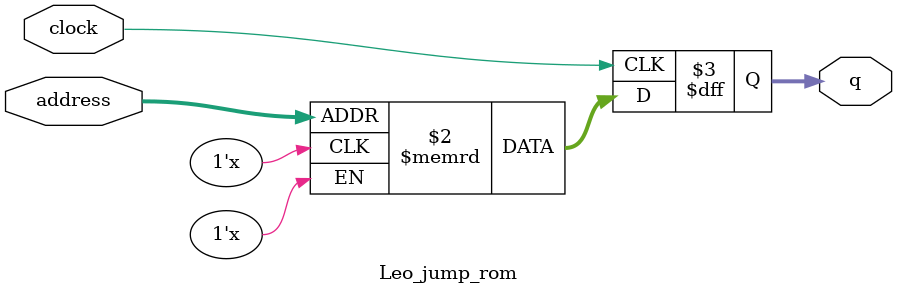
<source format=sv>
module Leo_jump_rom (
	input logic clock,
	input logic [7:0] address,
	output logic [3:0] q
);

logic [3:0] memory [0:255] /* synthesis ram_init_file = "./Leo_jump/Leo_jump.mif" */;

always_ff @ (posedge clock) begin
	q <= memory[address];
end

endmodule

</source>
